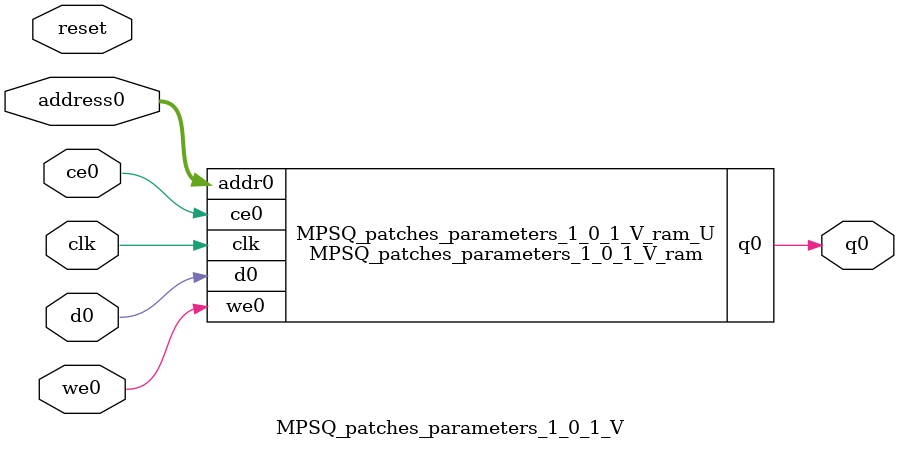
<source format=v>
`timescale 1 ns / 1 ps
module MPSQ_patches_parameters_1_0_1_V_ram (addr0, ce0, d0, we0, q0,  clk);

parameter DWIDTH = 1;
parameter AWIDTH = 5;
parameter MEM_SIZE = 32;

input[AWIDTH-1:0] addr0;
input ce0;
input[DWIDTH-1:0] d0;
input we0;
output reg[DWIDTH-1:0] q0;
input clk;

reg [DWIDTH-1:0] ram[0:MEM_SIZE-1];




always @(posedge clk)  
begin 
    if (ce0) begin
        if (we0) 
            ram[addr0] <= d0; 
        q0 <= ram[addr0];
    end
end


endmodule

`timescale 1 ns / 1 ps
module MPSQ_patches_parameters_1_0_1_V(
    reset,
    clk,
    address0,
    ce0,
    we0,
    d0,
    q0);

parameter DataWidth = 32'd1;
parameter AddressRange = 32'd32;
parameter AddressWidth = 32'd5;
input reset;
input clk;
input[AddressWidth - 1:0] address0;
input ce0;
input we0;
input[DataWidth - 1:0] d0;
output[DataWidth - 1:0] q0;



MPSQ_patches_parameters_1_0_1_V_ram MPSQ_patches_parameters_1_0_1_V_ram_U(
    .clk( clk ),
    .addr0( address0 ),
    .ce0( ce0 ),
    .we0( we0 ),
    .d0( d0 ),
    .q0( q0 ));

endmodule


</source>
